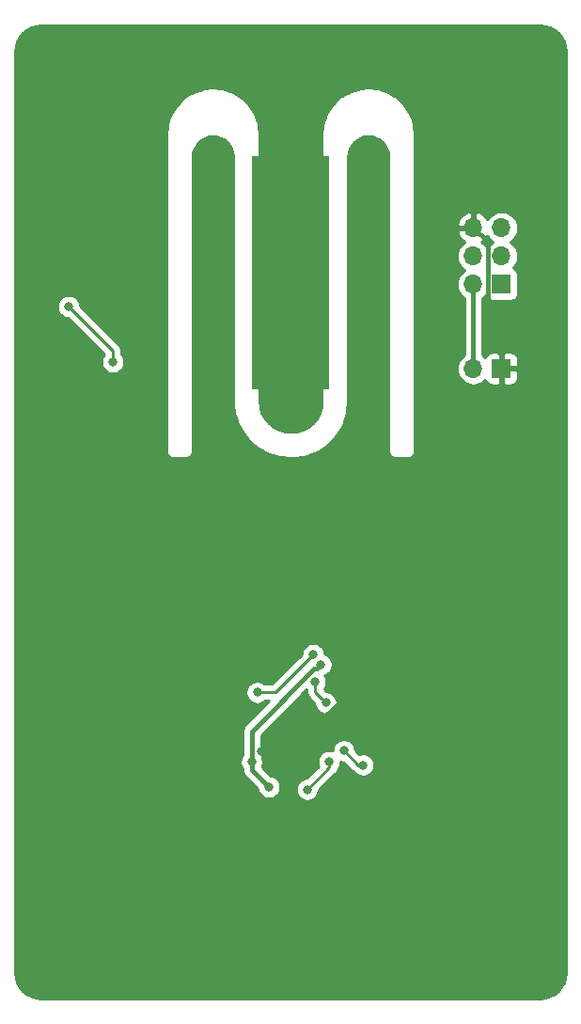
<source format=gbr>
G04 #@! TF.GenerationSoftware,KiCad,Pcbnew,5.1.0-unknown-3692c51~82~ubuntu16.04.1*
G04 #@! TF.CreationDate,2019-03-31T00:12:41-04:00*
G04 #@! TF.ProjectId,BalancingBusinessCardLights,42616c61-6e63-4696-9e67-427573696e65,rev?*
G04 #@! TF.SameCoordinates,Original*
G04 #@! TF.FileFunction,Copper,L2,Bot*
G04 #@! TF.FilePolarity,Positive*
%FSLAX46Y46*%
G04 Gerber Fmt 4.6, Leading zero omitted, Abs format (unit mm)*
G04 Created by KiCad (PCBNEW 5.1.0-unknown-3692c51~82~ubuntu16.04.1) date 2019-03-31 00:12:41*
%MOMM*%
%LPD*%
G04 APERTURE LIST*
%ADD10R,7.000000X21.000000*%
%ADD11O,1.700000X1.700000*%
%ADD12R,1.700000X1.700000*%
%ADD13C,0.800000*%
%ADD14C,0.250000*%
%ADD15C,0.400000*%
%ADD16C,0.254000*%
G04 APERTURE END LIST*
D10*
X210197801Y-75473789D03*
D11*
X226657801Y-71393789D03*
X229197801Y-71393789D03*
X226657801Y-73933789D03*
X229197801Y-73933789D03*
X226657801Y-76473789D03*
D12*
X229197801Y-76473789D03*
X229197801Y-84073789D03*
D11*
X226657801Y-84073789D03*
D13*
X190197801Y-78473789D03*
X194197801Y-83473789D03*
X209197801Y-116473789D03*
X211197801Y-116473789D03*
X210197801Y-115473789D03*
X210197801Y-117473789D03*
X207540095Y-118552292D03*
X216697573Y-111973560D03*
X187999980Y-74000000D03*
X190000000Y-74000000D03*
X192000000Y-74000000D03*
X194000000Y-74000000D03*
X196000000Y-74000000D03*
X196000000Y-77000000D03*
X194000000Y-77000000D03*
X192000000Y-77000000D03*
X190000000Y-77000000D03*
X188000000Y-77000000D03*
X192000000Y-86000000D03*
X187000000Y-96000000D03*
X187000000Y-101000000D03*
X187000000Y-106000000D03*
X187000000Y-111000000D03*
X187000000Y-116000000D03*
X187000000Y-121000000D03*
X187000000Y-126000000D03*
X187000000Y-131000000D03*
X187000000Y-136000000D03*
X219000000Y-137000000D03*
X225750000Y-61000000D03*
X230000000Y-55750000D03*
X232750000Y-56750000D03*
X212400995Y-112285632D03*
X213381880Y-114157868D03*
X207197801Y-113223789D03*
X212234686Y-109816788D03*
X206697801Y-119473789D03*
X212947801Y-110723789D03*
X208250000Y-121750000D03*
X215000000Y-118473759D03*
X216737293Y-119774990D03*
X211697801Y-121973789D03*
X213685129Y-119461142D03*
D14*
X190197801Y-78473789D02*
X194197801Y-82473789D01*
X194197801Y-82473789D02*
X194197801Y-83473789D01*
D15*
X191250000Y-57000000D02*
X187999980Y-60250020D01*
X187999980Y-60250020D02*
X187999980Y-74000000D01*
X210250000Y-57000000D02*
X191250000Y-57000000D01*
X210250000Y-75421590D02*
X210250000Y-57000000D01*
X210197801Y-75473789D02*
X210250000Y-75421590D01*
X190000000Y-74000000D02*
X192000000Y-74000000D01*
X194000000Y-74000000D02*
X196000000Y-74000000D01*
X196000000Y-77000000D02*
X194000000Y-77000000D01*
X192000000Y-77000000D02*
X190000000Y-77000000D01*
X188000000Y-74000020D02*
X187999980Y-74000000D01*
X187999980Y-76999980D02*
X188000000Y-77000000D01*
X187999980Y-74000000D02*
X187999980Y-76999980D01*
X188000000Y-77000000D02*
X188000000Y-82000000D01*
X188000000Y-82000000D02*
X192000000Y-86000000D01*
X192000000Y-86000000D02*
X192000000Y-91000000D01*
X192000000Y-91000000D02*
X187000000Y-96000000D01*
X187000000Y-96000000D02*
X187000000Y-101000000D01*
X187000000Y-101000000D02*
X187000000Y-106000000D01*
X187000000Y-106000000D02*
X187000000Y-111000000D01*
X187000000Y-111000000D02*
X187000000Y-116000000D01*
X187000000Y-116000000D02*
X187000000Y-121000000D01*
X187000000Y-121000000D02*
X187000000Y-126000000D01*
X187000000Y-126000000D02*
X187000000Y-131000000D01*
X187000000Y-131000000D02*
X187000000Y-136000000D01*
X192000000Y-87275987D02*
X216697573Y-111973560D01*
X192000000Y-86000000D02*
X192000000Y-87275987D01*
X216697573Y-111973560D02*
X210118841Y-118552292D01*
X210118841Y-118552292D02*
X207540095Y-118552292D01*
X218297584Y-136297584D02*
X219000000Y-137000000D01*
X216697573Y-111973560D02*
X218297584Y-113573571D01*
X218297584Y-113573571D02*
X218297584Y-136297584D01*
X216779047Y-57000000D02*
X217029047Y-56750000D01*
X210250000Y-57000000D02*
X216779047Y-57000000D01*
X217029047Y-56750000D02*
X224500000Y-56750000D01*
X224500000Y-56750000D02*
X226657801Y-58907801D01*
X229197801Y-82823789D02*
X229197801Y-84073789D01*
X227947800Y-81573788D02*
X229197801Y-82823789D01*
X227947800Y-72683788D02*
X227947800Y-81573788D01*
X226657801Y-71393789D02*
X227947800Y-72683788D01*
X226500000Y-60250000D02*
X226657801Y-60250000D01*
X225750000Y-61000000D02*
X226500000Y-60250000D01*
X226657801Y-58907801D02*
X226657801Y-60250000D01*
X226657801Y-60250000D02*
X226657801Y-71393789D01*
D14*
X229000000Y-56750000D02*
X224500000Y-56750000D01*
X230000000Y-55750000D02*
X229000000Y-56750000D01*
X231750000Y-55750000D02*
X230000000Y-55750000D01*
X232750000Y-56750000D02*
X231750000Y-55750000D01*
X212400995Y-112285632D02*
X212400995Y-113176983D01*
X212400995Y-113176983D02*
X212981881Y-113757869D01*
X212981881Y-113757869D02*
X213381880Y-114157868D01*
X211834687Y-110216787D02*
X212234686Y-109816788D01*
X208827685Y-113223789D02*
X211834687Y-110216787D01*
X207197801Y-113223789D02*
X208827685Y-113223789D01*
D15*
X212297802Y-111123788D02*
X206697801Y-116723789D01*
X206697801Y-116723789D02*
X206697801Y-119473789D01*
X212947801Y-110723789D02*
X212547802Y-111123788D01*
X212547802Y-111123788D02*
X212297802Y-111123788D01*
X206697801Y-119473789D02*
X206697801Y-120197801D01*
X206697801Y-120197801D02*
X208250000Y-121750000D01*
X226657801Y-82871708D02*
X226657801Y-76473789D01*
X226657801Y-84073789D02*
X226657801Y-82871708D01*
D14*
X216301231Y-119774990D02*
X216737293Y-119774990D01*
X215000000Y-118473759D02*
X216301231Y-119774990D01*
X213685129Y-119986461D02*
X213685129Y-119461142D01*
X211697801Y-121973789D02*
X213685129Y-119986461D01*
D16*
G36*
X233141935Y-53230742D02*
G01*
X233569156Y-53359727D01*
X233963185Y-53569235D01*
X234309015Y-53851288D01*
X234593474Y-54195140D01*
X234805730Y-54587699D01*
X234937693Y-55014002D01*
X234987802Y-55490763D01*
X234987801Y-138439068D01*
X234940849Y-138917922D01*
X234811864Y-139345142D01*
X234602355Y-139739173D01*
X234320302Y-140085003D01*
X233976452Y-140369461D01*
X233583894Y-140581716D01*
X233157589Y-140713680D01*
X232680837Y-140763789D01*
X187732522Y-140763789D01*
X187253668Y-140716837D01*
X186826448Y-140587852D01*
X186432417Y-140378343D01*
X186086587Y-140096290D01*
X185802129Y-139752440D01*
X185589874Y-139359882D01*
X185457910Y-138933577D01*
X185407801Y-138456825D01*
X185407801Y-119371850D01*
X205662801Y-119371850D01*
X205662801Y-119575728D01*
X205702575Y-119775687D01*
X205780596Y-119964045D01*
X205862801Y-120087074D01*
X205862801Y-120156783D01*
X205858761Y-120197801D01*
X205874883Y-120361489D01*
X205922629Y-120518887D01*
X206000165Y-120663946D01*
X206000166Y-120663947D01*
X206104511Y-120791092D01*
X206136375Y-120817242D01*
X207225908Y-121906776D01*
X207254774Y-122051898D01*
X207332795Y-122240256D01*
X207446063Y-122409774D01*
X207590226Y-122553937D01*
X207759744Y-122667205D01*
X207948102Y-122745226D01*
X208148061Y-122785000D01*
X208351939Y-122785000D01*
X208551898Y-122745226D01*
X208740256Y-122667205D01*
X208909774Y-122553937D01*
X209053937Y-122409774D01*
X209167205Y-122240256D01*
X209245226Y-122051898D01*
X209281039Y-121871850D01*
X210662801Y-121871850D01*
X210662801Y-122075728D01*
X210702575Y-122275687D01*
X210780596Y-122464045D01*
X210893864Y-122633563D01*
X211038027Y-122777726D01*
X211207545Y-122890994D01*
X211395903Y-122969015D01*
X211595862Y-123008789D01*
X211799740Y-123008789D01*
X211999699Y-122969015D01*
X212188057Y-122890994D01*
X212357575Y-122777726D01*
X212501738Y-122633563D01*
X212615006Y-122464045D01*
X212693027Y-122275687D01*
X212732801Y-122075728D01*
X212732801Y-122013590D01*
X214196133Y-120550259D01*
X214225130Y-120526462D01*
X214320103Y-120410737D01*
X214390675Y-120278708D01*
X214416540Y-120193442D01*
X214489066Y-120120916D01*
X214602334Y-119951398D01*
X214680355Y-119763040D01*
X214720129Y-119563081D01*
X214720129Y-119473366D01*
X214898061Y-119508759D01*
X214960199Y-119508759D01*
X215737432Y-120285993D01*
X215761230Y-120314991D01*
X215790228Y-120338789D01*
X215876955Y-120409964D01*
X215944844Y-120446252D01*
X216077519Y-120578927D01*
X216247037Y-120692195D01*
X216435395Y-120770216D01*
X216635354Y-120809990D01*
X216839232Y-120809990D01*
X217039191Y-120770216D01*
X217227549Y-120692195D01*
X217397067Y-120578927D01*
X217541230Y-120434764D01*
X217654498Y-120265246D01*
X217732519Y-120076888D01*
X217772293Y-119876929D01*
X217772293Y-119673051D01*
X217732519Y-119473092D01*
X217654498Y-119284734D01*
X217541230Y-119115216D01*
X217397067Y-118971053D01*
X217227549Y-118857785D01*
X217039191Y-118779764D01*
X216839232Y-118739990D01*
X216635354Y-118739990D01*
X216435395Y-118779764D01*
X216396795Y-118795753D01*
X216035000Y-118433958D01*
X216035000Y-118371820D01*
X215995226Y-118171861D01*
X215917205Y-117983503D01*
X215803937Y-117813985D01*
X215659774Y-117669822D01*
X215490256Y-117556554D01*
X215301898Y-117478533D01*
X215101939Y-117438759D01*
X214898061Y-117438759D01*
X214698102Y-117478533D01*
X214509744Y-117556554D01*
X214340226Y-117669822D01*
X214196063Y-117813985D01*
X214082795Y-117983503D01*
X214004774Y-118171861D01*
X213965000Y-118371820D01*
X213965000Y-118461535D01*
X213787068Y-118426142D01*
X213583190Y-118426142D01*
X213383231Y-118465916D01*
X213194873Y-118543937D01*
X213025355Y-118657205D01*
X212881192Y-118801368D01*
X212767924Y-118970886D01*
X212689903Y-119159244D01*
X212650129Y-119359203D01*
X212650129Y-119563081D01*
X212689903Y-119763040D01*
X212732035Y-119864754D01*
X211658000Y-120938789D01*
X211595862Y-120938789D01*
X211395903Y-120978563D01*
X211207545Y-121056584D01*
X211038027Y-121169852D01*
X210893864Y-121314015D01*
X210780596Y-121483533D01*
X210702575Y-121671891D01*
X210662801Y-121871850D01*
X209281039Y-121871850D01*
X209285000Y-121851939D01*
X209285000Y-121648061D01*
X209245226Y-121448102D01*
X209167205Y-121259744D01*
X209053937Y-121090226D01*
X208909774Y-120946063D01*
X208740256Y-120832795D01*
X208551898Y-120754774D01*
X208406776Y-120725908D01*
X207623765Y-119942898D01*
X207693027Y-119775687D01*
X207732801Y-119575728D01*
X207732801Y-119371850D01*
X207693027Y-119171891D01*
X207615006Y-118983533D01*
X207532801Y-118860504D01*
X207532801Y-117069656D01*
X211627055Y-112975403D01*
X211640995Y-112989343D01*
X211640995Y-113139661D01*
X211637319Y-113176983D01*
X211640995Y-113214305D01*
X211640995Y-113214316D01*
X211651467Y-113320632D01*
X211651993Y-113325968D01*
X211695449Y-113469229D01*
X211766021Y-113601259D01*
X211820476Y-113667612D01*
X211860995Y-113716984D01*
X211889993Y-113740782D01*
X212346880Y-114197670D01*
X212346880Y-114259807D01*
X212386654Y-114459766D01*
X212464675Y-114648124D01*
X212577943Y-114817642D01*
X212722106Y-114961805D01*
X212891624Y-115075073D01*
X213079982Y-115153094D01*
X213279941Y-115192868D01*
X213483819Y-115192868D01*
X213683778Y-115153094D01*
X213872136Y-115075073D01*
X214041654Y-114961805D01*
X214185817Y-114817642D01*
X214299085Y-114648124D01*
X214377106Y-114459766D01*
X214416880Y-114259807D01*
X214416880Y-114055929D01*
X214377106Y-113855970D01*
X214299085Y-113667612D01*
X214185817Y-113498094D01*
X214041654Y-113353931D01*
X213872136Y-113240663D01*
X213683778Y-113162642D01*
X213483819Y-113122868D01*
X213421682Y-113122868D01*
X213220668Y-112921855D01*
X213318200Y-112775888D01*
X213396221Y-112587530D01*
X213435995Y-112387571D01*
X213435995Y-112183693D01*
X213396221Y-111983734D01*
X213318200Y-111795376D01*
X213263389Y-111713345D01*
X213438057Y-111640994D01*
X213607575Y-111527726D01*
X213751738Y-111383563D01*
X213865006Y-111214045D01*
X213943027Y-111025687D01*
X213982801Y-110825728D01*
X213982801Y-110621850D01*
X213943027Y-110421891D01*
X213865006Y-110233533D01*
X213751738Y-110064015D01*
X213607575Y-109919852D01*
X213438057Y-109806584D01*
X213269686Y-109736842D01*
X213269686Y-109714849D01*
X213229912Y-109514890D01*
X213151891Y-109326532D01*
X213038623Y-109157014D01*
X212894460Y-109012851D01*
X212724942Y-108899583D01*
X212536584Y-108821562D01*
X212336625Y-108781788D01*
X212132747Y-108781788D01*
X211932788Y-108821562D01*
X211744430Y-108899583D01*
X211574912Y-109012851D01*
X211430749Y-109157014D01*
X211317481Y-109326532D01*
X211239460Y-109514890D01*
X211199686Y-109714849D01*
X211199686Y-109776986D01*
X208512884Y-112463789D01*
X207901512Y-112463789D01*
X207857575Y-112419852D01*
X207688057Y-112306584D01*
X207499699Y-112228563D01*
X207299740Y-112188789D01*
X207095862Y-112188789D01*
X206895903Y-112228563D01*
X206707545Y-112306584D01*
X206538027Y-112419852D01*
X206393864Y-112564015D01*
X206280596Y-112733533D01*
X206202575Y-112921891D01*
X206162801Y-113121850D01*
X206162801Y-113325728D01*
X206202575Y-113525687D01*
X206280596Y-113714045D01*
X206393864Y-113883563D01*
X206538027Y-114027726D01*
X206707545Y-114140994D01*
X206895903Y-114219015D01*
X207095862Y-114258789D01*
X207299740Y-114258789D01*
X207499699Y-114219015D01*
X207688057Y-114140994D01*
X207857575Y-114027726D01*
X207901512Y-113983789D01*
X208256934Y-113983789D01*
X206136380Y-116104343D01*
X206104510Y-116130498D01*
X206000166Y-116257643D01*
X206000165Y-116257644D01*
X205922629Y-116402703D01*
X205874883Y-116560101D01*
X205858761Y-116723789D01*
X205862801Y-116764808D01*
X205862802Y-118860503D01*
X205780596Y-118983533D01*
X205702575Y-119171891D01*
X205662801Y-119371850D01*
X185407801Y-119371850D01*
X185407801Y-91473789D01*
X199009487Y-91473789D01*
X199022713Y-91608072D01*
X199061882Y-91737195D01*
X199125489Y-91856196D01*
X199211090Y-91960500D01*
X199315394Y-92046101D01*
X199434395Y-92109708D01*
X199563518Y-92148877D01*
X199632721Y-92155693D01*
X199697801Y-92162103D01*
X199731448Y-92158789D01*
X200664154Y-92158789D01*
X200697801Y-92162103D01*
X200762882Y-92155693D01*
X200832084Y-92148877D01*
X200961207Y-92109708D01*
X201080208Y-92046101D01*
X201184512Y-91960500D01*
X201270113Y-91856196D01*
X201333720Y-91737195D01*
X201372889Y-91608072D01*
X201386115Y-91473789D01*
X201382801Y-91440142D01*
X201382801Y-65007293D01*
X201420590Y-64621892D01*
X201522788Y-64283396D01*
X201688785Y-63971201D01*
X201912261Y-63697192D01*
X202184703Y-63471809D01*
X202495732Y-63303636D01*
X202833509Y-63199077D01*
X203185150Y-63162118D01*
X203537285Y-63194165D01*
X203876482Y-63293996D01*
X204189832Y-63457812D01*
X204465391Y-63679367D01*
X204692671Y-63950228D01*
X204863011Y-64260076D01*
X204969926Y-64597116D01*
X205012802Y-64979365D01*
X205012801Y-87007435D01*
X205013622Y-87015770D01*
X205018377Y-87210348D01*
X205019271Y-87217793D01*
X205018905Y-87225284D01*
X205025262Y-87291906D01*
X205147919Y-88137854D01*
X205155427Y-88168654D01*
X205159896Y-88200053D01*
X205178736Y-88264270D01*
X205459145Y-89071762D01*
X205472344Y-89100591D01*
X205482668Y-89130574D01*
X205513307Y-89190062D01*
X205513311Y-89190071D01*
X205513314Y-89190075D01*
X205941353Y-89929970D01*
X205959761Y-89955778D01*
X205975572Y-89983273D01*
X206016913Y-90035901D01*
X206577145Y-90681511D01*
X206600106Y-90703377D01*
X206620826Y-90727381D01*
X206671361Y-90771233D01*
X206671373Y-90771244D01*
X206671380Y-90771248D01*
X207343580Y-91299270D01*
X207370263Y-91316400D01*
X207395148Y-91336053D01*
X207453067Y-91369559D01*
X207453076Y-91369565D01*
X207453080Y-91369567D01*
X208213003Y-91760952D01*
X208242443Y-91772727D01*
X208270595Y-91787320D01*
X208333808Y-91809271D01*
X208333815Y-91809274D01*
X208333818Y-91809275D01*
X209154042Y-92049902D01*
X209185176Y-92055897D01*
X209215581Y-92064904D01*
X209281788Y-92074502D01*
X209281812Y-92074507D01*
X209281823Y-92074507D01*
X210132741Y-92155692D01*
X210140234Y-92155692D01*
X210147632Y-92156950D01*
X210214536Y-92158585D01*
X210434360Y-92153213D01*
X210441805Y-92152319D01*
X210449296Y-92152685D01*
X210515918Y-92146328D01*
X211361866Y-92023671D01*
X211392666Y-92016163D01*
X211424065Y-92011694D01*
X211488282Y-91992854D01*
X212295774Y-91712445D01*
X212324603Y-91699246D01*
X212354586Y-91688922D01*
X212414074Y-91658283D01*
X212414083Y-91658279D01*
X212414087Y-91658276D01*
X213153982Y-91230237D01*
X213179790Y-91211829D01*
X213207285Y-91196018D01*
X213259913Y-91154677D01*
X213905523Y-90594445D01*
X213927389Y-90571484D01*
X213951393Y-90550764D01*
X213995245Y-90500229D01*
X213995256Y-90500217D01*
X213995260Y-90500210D01*
X214523282Y-89828010D01*
X214540412Y-89801327D01*
X214560065Y-89776442D01*
X214593571Y-89718523D01*
X214593577Y-89718514D01*
X214593579Y-89718510D01*
X214984964Y-88958587D01*
X214996739Y-88929147D01*
X215011332Y-88900995D01*
X215033286Y-88837774D01*
X215273914Y-88017548D01*
X215279909Y-87986414D01*
X215288916Y-87956009D01*
X215298514Y-87889802D01*
X215298519Y-87889778D01*
X215298519Y-87889767D01*
X215379611Y-87039828D01*
X215382801Y-87007436D01*
X215382801Y-65007293D01*
X215420590Y-64621892D01*
X215522788Y-64283396D01*
X215688785Y-63971201D01*
X215912261Y-63697192D01*
X216184703Y-63471809D01*
X216495732Y-63303636D01*
X216833509Y-63199077D01*
X217185150Y-63162118D01*
X217537285Y-63194165D01*
X217876482Y-63293996D01*
X218189832Y-63457812D01*
X218465391Y-63679367D01*
X218692671Y-63950228D01*
X218863011Y-64260076D01*
X218969926Y-64597116D01*
X219012801Y-64979356D01*
X219012802Y-91440132D01*
X219009487Y-91473789D01*
X219022713Y-91608072D01*
X219061882Y-91737195D01*
X219125489Y-91856196D01*
X219211090Y-91960500D01*
X219315394Y-92046101D01*
X219434395Y-92109708D01*
X219563518Y-92148877D01*
X219664154Y-92158789D01*
X219697801Y-92162103D01*
X219731448Y-92158789D01*
X220664154Y-92158789D01*
X220697801Y-92162103D01*
X220731448Y-92158789D01*
X220832084Y-92148877D01*
X220961207Y-92109708D01*
X221080208Y-92046101D01*
X221184512Y-91960500D01*
X221270113Y-91856196D01*
X221333720Y-91737195D01*
X221372889Y-91608072D01*
X221386115Y-91473789D01*
X221382801Y-91440142D01*
X221382801Y-73933789D01*
X225165616Y-73933789D01*
X225194288Y-74224900D01*
X225279202Y-74504823D01*
X225417095Y-74762803D01*
X225602667Y-74988923D01*
X225828787Y-75174495D01*
X225883592Y-75203789D01*
X225828787Y-75233083D01*
X225602667Y-75418655D01*
X225417095Y-75644775D01*
X225279202Y-75902755D01*
X225194288Y-76182678D01*
X225165616Y-76473789D01*
X225194288Y-76764900D01*
X225279202Y-77044823D01*
X225417095Y-77302803D01*
X225602667Y-77528923D01*
X225822802Y-77709583D01*
X225822801Y-82837996D01*
X225602667Y-83018655D01*
X225417095Y-83244775D01*
X225279202Y-83502755D01*
X225194288Y-83782678D01*
X225165616Y-84073789D01*
X225194288Y-84364900D01*
X225279202Y-84644823D01*
X225417095Y-84902803D01*
X225602667Y-85128923D01*
X225828787Y-85314495D01*
X226086767Y-85452388D01*
X226366690Y-85537302D01*
X226584851Y-85558789D01*
X226730751Y-85558789D01*
X226948912Y-85537302D01*
X227228835Y-85452388D01*
X227486815Y-85314495D01*
X227712935Y-85128923D01*
X227737408Y-85099102D01*
X227758299Y-85167969D01*
X227817264Y-85278283D01*
X227896616Y-85374974D01*
X227993307Y-85454326D01*
X228103621Y-85513291D01*
X228223319Y-85549601D01*
X228347801Y-85561861D01*
X228912051Y-85558789D01*
X229070801Y-85400039D01*
X229070801Y-84200789D01*
X229324801Y-84200789D01*
X229324801Y-85400039D01*
X229483551Y-85558789D01*
X230047801Y-85561861D01*
X230172283Y-85549601D01*
X230291981Y-85513291D01*
X230402295Y-85454326D01*
X230498986Y-85374974D01*
X230578338Y-85278283D01*
X230637303Y-85167969D01*
X230673613Y-85048271D01*
X230685873Y-84923789D01*
X230682801Y-84359539D01*
X230524051Y-84200789D01*
X229324801Y-84200789D01*
X229070801Y-84200789D01*
X229050801Y-84200789D01*
X229050801Y-83946789D01*
X229070801Y-83946789D01*
X229070801Y-82747539D01*
X229324801Y-82747539D01*
X229324801Y-83946789D01*
X230524051Y-83946789D01*
X230682801Y-83788039D01*
X230685873Y-83223789D01*
X230673613Y-83099307D01*
X230637303Y-82979609D01*
X230578338Y-82869295D01*
X230498986Y-82772604D01*
X230402295Y-82693252D01*
X230291981Y-82634287D01*
X230172283Y-82597977D01*
X230047801Y-82585717D01*
X229483551Y-82588789D01*
X229324801Y-82747539D01*
X229070801Y-82747539D01*
X228912051Y-82588789D01*
X228347801Y-82585717D01*
X228223319Y-82597977D01*
X228103621Y-82634287D01*
X227993307Y-82693252D01*
X227896616Y-82772604D01*
X227817264Y-82869295D01*
X227758299Y-82979609D01*
X227737408Y-83048476D01*
X227712935Y-83018655D01*
X227492801Y-82837996D01*
X227492801Y-77709582D01*
X227712935Y-77528923D01*
X227737408Y-77499102D01*
X227758299Y-77567969D01*
X227817264Y-77678283D01*
X227896616Y-77774974D01*
X227993307Y-77854326D01*
X228103621Y-77913291D01*
X228223319Y-77949601D01*
X228347801Y-77961861D01*
X230047801Y-77961861D01*
X230172283Y-77949601D01*
X230291981Y-77913291D01*
X230402295Y-77854326D01*
X230498986Y-77774974D01*
X230578338Y-77678283D01*
X230637303Y-77567969D01*
X230673613Y-77448271D01*
X230685873Y-77323789D01*
X230685873Y-75623789D01*
X230673613Y-75499307D01*
X230637303Y-75379609D01*
X230578338Y-75269295D01*
X230498986Y-75172604D01*
X230402295Y-75093252D01*
X230291981Y-75034287D01*
X230223114Y-75013396D01*
X230252935Y-74988923D01*
X230438507Y-74762803D01*
X230576400Y-74504823D01*
X230661314Y-74224900D01*
X230689986Y-73933789D01*
X230661314Y-73642678D01*
X230576400Y-73362755D01*
X230438507Y-73104775D01*
X230252935Y-72878655D01*
X230026815Y-72693083D01*
X229972010Y-72663789D01*
X230026815Y-72634495D01*
X230252935Y-72448923D01*
X230438507Y-72222803D01*
X230576400Y-71964823D01*
X230661314Y-71684900D01*
X230689986Y-71393789D01*
X230661314Y-71102678D01*
X230576400Y-70822755D01*
X230438507Y-70564775D01*
X230252935Y-70338655D01*
X230026815Y-70153083D01*
X229768835Y-70015190D01*
X229488912Y-69930276D01*
X229270751Y-69908789D01*
X229124851Y-69908789D01*
X228906690Y-69930276D01*
X228626767Y-70015190D01*
X228368787Y-70153083D01*
X228142667Y-70338655D01*
X227957095Y-70564775D01*
X227926217Y-70622545D01*
X227755389Y-70393520D01*
X227539156Y-70198611D01*
X227289053Y-70049632D01*
X227014692Y-69952308D01*
X226784801Y-70072975D01*
X226784801Y-71266789D01*
X226804801Y-71266789D01*
X226804801Y-71520789D01*
X226784801Y-71520789D01*
X226784801Y-71540789D01*
X226530801Y-71540789D01*
X226530801Y-71520789D01*
X225337646Y-71520789D01*
X225216325Y-71750679D01*
X225260976Y-71897888D01*
X225386160Y-72160709D01*
X225560213Y-72394058D01*
X225776446Y-72588967D01*
X225893324Y-72658588D01*
X225828787Y-72693083D01*
X225602667Y-72878655D01*
X225417095Y-73104775D01*
X225279202Y-73362755D01*
X225194288Y-73642678D01*
X225165616Y-73933789D01*
X221382801Y-73933789D01*
X221382801Y-71036899D01*
X225216325Y-71036899D01*
X225337646Y-71266789D01*
X226530801Y-71266789D01*
X226530801Y-70072975D01*
X226300910Y-69952308D01*
X226026549Y-70049632D01*
X225776446Y-70198611D01*
X225560213Y-70393520D01*
X225386160Y-70626869D01*
X225260976Y-70889690D01*
X225216325Y-71036899D01*
X221382801Y-71036899D01*
X221382801Y-62940142D01*
X221379745Y-62909110D01*
X221379897Y-62887271D01*
X221378963Y-62877752D01*
X221307561Y-62198413D01*
X221295083Y-62137625D01*
X221283444Y-62076612D01*
X221280680Y-62067456D01*
X221078688Y-61414924D01*
X221054624Y-61357678D01*
X221031372Y-61300127D01*
X221026882Y-61291682D01*
X220701992Y-60690812D01*
X220667274Y-60639340D01*
X220633279Y-60587391D01*
X220627235Y-60579979D01*
X220191823Y-60053656D01*
X220147749Y-60009889D01*
X220104329Y-59965550D01*
X220096960Y-59959453D01*
X219567610Y-59527727D01*
X219515877Y-59493356D01*
X219464672Y-59458295D01*
X219456262Y-59453747D01*
X219456254Y-59453743D01*
X218853135Y-59133059D01*
X218795725Y-59109396D01*
X218738670Y-59084943D01*
X218729534Y-59082114D01*
X218075608Y-58884682D01*
X218014675Y-58872617D01*
X217953977Y-58859715D01*
X217944465Y-58858715D01*
X217264645Y-58792058D01*
X217234720Y-58792058D01*
X217204982Y-58788827D01*
X217195418Y-58788793D01*
X217170984Y-58788878D01*
X217141212Y-58791902D01*
X217111283Y-58791693D01*
X217101764Y-58792627D01*
X216422425Y-58864029D01*
X216361637Y-58876507D01*
X216300624Y-58888146D01*
X216291468Y-58890910D01*
X215638936Y-59092902D01*
X215581690Y-59116966D01*
X215524139Y-59140218D01*
X215515694Y-59144708D01*
X214914824Y-59469598D01*
X214863352Y-59504316D01*
X214811403Y-59538311D01*
X214803991Y-59544355D01*
X214277668Y-59979767D01*
X214233901Y-60023841D01*
X214189562Y-60067261D01*
X214183465Y-60074630D01*
X213751739Y-60603980D01*
X213717368Y-60655713D01*
X213682307Y-60706918D01*
X213677758Y-60715331D01*
X213357071Y-61318455D01*
X213333408Y-61375865D01*
X213308955Y-61432920D01*
X213306126Y-61442056D01*
X213108694Y-62095982D01*
X213096629Y-62156915D01*
X213083727Y-62217613D01*
X213082727Y-62227125D01*
X213016070Y-62906945D01*
X213016070Y-62906953D01*
X213012801Y-62940143D01*
X213012802Y-86940275D01*
X212955967Y-87519920D01*
X212797360Y-88045251D01*
X212539738Y-88529767D01*
X212192912Y-88955020D01*
X211770093Y-89304806D01*
X211287389Y-89565804D01*
X210763172Y-89728076D01*
X210217433Y-89785436D01*
X209670937Y-89735700D01*
X209144517Y-89580766D01*
X208658210Y-89326531D01*
X208230546Y-88982682D01*
X207877817Y-88562315D01*
X207613454Y-88081442D01*
X207447528Y-87558376D01*
X207382874Y-86981975D01*
X207382801Y-86971428D01*
X207382801Y-62940142D01*
X207379745Y-62909110D01*
X207379897Y-62887271D01*
X207378963Y-62877752D01*
X207307561Y-62198413D01*
X207295083Y-62137625D01*
X207283444Y-62076612D01*
X207280680Y-62067456D01*
X207078688Y-61414924D01*
X207054624Y-61357678D01*
X207031372Y-61300127D01*
X207026882Y-61291682D01*
X206701992Y-60690812D01*
X206667274Y-60639340D01*
X206633279Y-60587391D01*
X206627235Y-60579979D01*
X206191823Y-60053656D01*
X206147749Y-60009889D01*
X206104329Y-59965550D01*
X206096960Y-59959453D01*
X205567610Y-59527727D01*
X205515877Y-59493356D01*
X205464672Y-59458295D01*
X205456262Y-59453747D01*
X205456254Y-59453743D01*
X204853135Y-59133059D01*
X204795725Y-59109396D01*
X204738670Y-59084943D01*
X204729534Y-59082114D01*
X204075608Y-58884682D01*
X204014675Y-58872617D01*
X203953977Y-58859715D01*
X203944465Y-58858715D01*
X203264645Y-58792058D01*
X203234720Y-58792058D01*
X203204982Y-58788827D01*
X203195418Y-58788793D01*
X203170984Y-58788878D01*
X203141212Y-58791902D01*
X203111283Y-58791693D01*
X203101764Y-58792627D01*
X202422425Y-58864029D01*
X202361637Y-58876507D01*
X202300624Y-58888146D01*
X202291468Y-58890910D01*
X201638936Y-59092902D01*
X201581690Y-59116966D01*
X201524139Y-59140218D01*
X201515694Y-59144708D01*
X200914824Y-59469598D01*
X200863352Y-59504316D01*
X200811403Y-59538311D01*
X200803991Y-59544355D01*
X200277668Y-59979767D01*
X200233901Y-60023841D01*
X200189562Y-60067261D01*
X200183465Y-60074630D01*
X199751739Y-60603980D01*
X199717368Y-60655713D01*
X199682307Y-60706918D01*
X199677758Y-60715331D01*
X199357071Y-61318455D01*
X199333408Y-61375865D01*
X199308955Y-61432920D01*
X199306126Y-61442056D01*
X199108694Y-62095982D01*
X199096629Y-62156915D01*
X199083727Y-62217613D01*
X199082727Y-62227125D01*
X199016070Y-62906945D01*
X199016070Y-62906962D01*
X199012802Y-62940142D01*
X199012801Y-91440142D01*
X199009487Y-91473789D01*
X185407801Y-91473789D01*
X185407801Y-78371850D01*
X189162801Y-78371850D01*
X189162801Y-78575728D01*
X189202575Y-78775687D01*
X189280596Y-78964045D01*
X189393864Y-79133563D01*
X189538027Y-79277726D01*
X189707545Y-79390994D01*
X189895903Y-79469015D01*
X190095862Y-79508789D01*
X190158000Y-79508789D01*
X193428545Y-82779334D01*
X193393864Y-82814015D01*
X193280596Y-82983533D01*
X193202575Y-83171891D01*
X193162801Y-83371850D01*
X193162801Y-83575728D01*
X193202575Y-83775687D01*
X193280596Y-83964045D01*
X193393864Y-84133563D01*
X193538027Y-84277726D01*
X193707545Y-84390994D01*
X193895903Y-84469015D01*
X194095862Y-84508789D01*
X194299740Y-84508789D01*
X194499699Y-84469015D01*
X194688057Y-84390994D01*
X194857575Y-84277726D01*
X195001738Y-84133563D01*
X195115006Y-83964045D01*
X195193027Y-83775687D01*
X195232801Y-83575728D01*
X195232801Y-83371850D01*
X195193027Y-83171891D01*
X195115006Y-82983533D01*
X195001738Y-82814015D01*
X194957801Y-82770078D01*
X194957801Y-82511111D01*
X194961477Y-82473788D01*
X194957801Y-82436465D01*
X194957801Y-82436456D01*
X194946804Y-82324803D01*
X194903347Y-82181542D01*
X194832775Y-82049513D01*
X194737802Y-81933788D01*
X194708805Y-81909991D01*
X191232801Y-78433988D01*
X191232801Y-78371850D01*
X191193027Y-78171891D01*
X191115006Y-77983533D01*
X191001738Y-77814015D01*
X190857575Y-77669852D01*
X190688057Y-77556584D01*
X190499699Y-77478563D01*
X190299740Y-77438789D01*
X190095862Y-77438789D01*
X189895903Y-77478563D01*
X189707545Y-77556584D01*
X189538027Y-77669852D01*
X189393864Y-77814015D01*
X189280596Y-77983533D01*
X189202575Y-78171891D01*
X189162801Y-78371850D01*
X185407801Y-78371850D01*
X185407801Y-55508510D01*
X185454754Y-55029655D01*
X185583739Y-54602434D01*
X185793247Y-54208405D01*
X186075300Y-53862575D01*
X186419152Y-53578116D01*
X186811711Y-53365860D01*
X187238014Y-53233897D01*
X187714765Y-53183789D01*
X232663080Y-53183789D01*
X233141935Y-53230742D01*
X233141935Y-53230742D01*
G37*
X233141935Y-53230742D02*
X233569156Y-53359727D01*
X233963185Y-53569235D01*
X234309015Y-53851288D01*
X234593474Y-54195140D01*
X234805730Y-54587699D01*
X234937693Y-55014002D01*
X234987802Y-55490763D01*
X234987801Y-138439068D01*
X234940849Y-138917922D01*
X234811864Y-139345142D01*
X234602355Y-139739173D01*
X234320302Y-140085003D01*
X233976452Y-140369461D01*
X233583894Y-140581716D01*
X233157589Y-140713680D01*
X232680837Y-140763789D01*
X187732522Y-140763789D01*
X187253668Y-140716837D01*
X186826448Y-140587852D01*
X186432417Y-140378343D01*
X186086587Y-140096290D01*
X185802129Y-139752440D01*
X185589874Y-139359882D01*
X185457910Y-138933577D01*
X185407801Y-138456825D01*
X185407801Y-119371850D01*
X205662801Y-119371850D01*
X205662801Y-119575728D01*
X205702575Y-119775687D01*
X205780596Y-119964045D01*
X205862801Y-120087074D01*
X205862801Y-120156783D01*
X205858761Y-120197801D01*
X205874883Y-120361489D01*
X205922629Y-120518887D01*
X206000165Y-120663946D01*
X206000166Y-120663947D01*
X206104511Y-120791092D01*
X206136375Y-120817242D01*
X207225908Y-121906776D01*
X207254774Y-122051898D01*
X207332795Y-122240256D01*
X207446063Y-122409774D01*
X207590226Y-122553937D01*
X207759744Y-122667205D01*
X207948102Y-122745226D01*
X208148061Y-122785000D01*
X208351939Y-122785000D01*
X208551898Y-122745226D01*
X208740256Y-122667205D01*
X208909774Y-122553937D01*
X209053937Y-122409774D01*
X209167205Y-122240256D01*
X209245226Y-122051898D01*
X209281039Y-121871850D01*
X210662801Y-121871850D01*
X210662801Y-122075728D01*
X210702575Y-122275687D01*
X210780596Y-122464045D01*
X210893864Y-122633563D01*
X211038027Y-122777726D01*
X211207545Y-122890994D01*
X211395903Y-122969015D01*
X211595862Y-123008789D01*
X211799740Y-123008789D01*
X211999699Y-122969015D01*
X212188057Y-122890994D01*
X212357575Y-122777726D01*
X212501738Y-122633563D01*
X212615006Y-122464045D01*
X212693027Y-122275687D01*
X212732801Y-122075728D01*
X212732801Y-122013590D01*
X214196133Y-120550259D01*
X214225130Y-120526462D01*
X214320103Y-120410737D01*
X214390675Y-120278708D01*
X214416540Y-120193442D01*
X214489066Y-120120916D01*
X214602334Y-119951398D01*
X214680355Y-119763040D01*
X214720129Y-119563081D01*
X214720129Y-119473366D01*
X214898061Y-119508759D01*
X214960199Y-119508759D01*
X215737432Y-120285993D01*
X215761230Y-120314991D01*
X215790228Y-120338789D01*
X215876955Y-120409964D01*
X215944844Y-120446252D01*
X216077519Y-120578927D01*
X216247037Y-120692195D01*
X216435395Y-120770216D01*
X216635354Y-120809990D01*
X216839232Y-120809990D01*
X217039191Y-120770216D01*
X217227549Y-120692195D01*
X217397067Y-120578927D01*
X217541230Y-120434764D01*
X217654498Y-120265246D01*
X217732519Y-120076888D01*
X217772293Y-119876929D01*
X217772293Y-119673051D01*
X217732519Y-119473092D01*
X217654498Y-119284734D01*
X217541230Y-119115216D01*
X217397067Y-118971053D01*
X217227549Y-118857785D01*
X217039191Y-118779764D01*
X216839232Y-118739990D01*
X216635354Y-118739990D01*
X216435395Y-118779764D01*
X216396795Y-118795753D01*
X216035000Y-118433958D01*
X216035000Y-118371820D01*
X215995226Y-118171861D01*
X215917205Y-117983503D01*
X215803937Y-117813985D01*
X215659774Y-117669822D01*
X215490256Y-117556554D01*
X215301898Y-117478533D01*
X215101939Y-117438759D01*
X214898061Y-117438759D01*
X214698102Y-117478533D01*
X214509744Y-117556554D01*
X214340226Y-117669822D01*
X214196063Y-117813985D01*
X214082795Y-117983503D01*
X214004774Y-118171861D01*
X213965000Y-118371820D01*
X213965000Y-118461535D01*
X213787068Y-118426142D01*
X213583190Y-118426142D01*
X213383231Y-118465916D01*
X213194873Y-118543937D01*
X213025355Y-118657205D01*
X212881192Y-118801368D01*
X212767924Y-118970886D01*
X212689903Y-119159244D01*
X212650129Y-119359203D01*
X212650129Y-119563081D01*
X212689903Y-119763040D01*
X212732035Y-119864754D01*
X211658000Y-120938789D01*
X211595862Y-120938789D01*
X211395903Y-120978563D01*
X211207545Y-121056584D01*
X211038027Y-121169852D01*
X210893864Y-121314015D01*
X210780596Y-121483533D01*
X210702575Y-121671891D01*
X210662801Y-121871850D01*
X209281039Y-121871850D01*
X209285000Y-121851939D01*
X209285000Y-121648061D01*
X209245226Y-121448102D01*
X209167205Y-121259744D01*
X209053937Y-121090226D01*
X208909774Y-120946063D01*
X208740256Y-120832795D01*
X208551898Y-120754774D01*
X208406776Y-120725908D01*
X207623765Y-119942898D01*
X207693027Y-119775687D01*
X207732801Y-119575728D01*
X207732801Y-119371850D01*
X207693027Y-119171891D01*
X207615006Y-118983533D01*
X207532801Y-118860504D01*
X207532801Y-117069656D01*
X211627055Y-112975403D01*
X211640995Y-112989343D01*
X211640995Y-113139661D01*
X211637319Y-113176983D01*
X211640995Y-113214305D01*
X211640995Y-113214316D01*
X211651467Y-113320632D01*
X211651993Y-113325968D01*
X211695449Y-113469229D01*
X211766021Y-113601259D01*
X211820476Y-113667612D01*
X211860995Y-113716984D01*
X211889993Y-113740782D01*
X212346880Y-114197670D01*
X212346880Y-114259807D01*
X212386654Y-114459766D01*
X212464675Y-114648124D01*
X212577943Y-114817642D01*
X212722106Y-114961805D01*
X212891624Y-115075073D01*
X213079982Y-115153094D01*
X213279941Y-115192868D01*
X213483819Y-115192868D01*
X213683778Y-115153094D01*
X213872136Y-115075073D01*
X214041654Y-114961805D01*
X214185817Y-114817642D01*
X214299085Y-114648124D01*
X214377106Y-114459766D01*
X214416880Y-114259807D01*
X214416880Y-114055929D01*
X214377106Y-113855970D01*
X214299085Y-113667612D01*
X214185817Y-113498094D01*
X214041654Y-113353931D01*
X213872136Y-113240663D01*
X213683778Y-113162642D01*
X213483819Y-113122868D01*
X213421682Y-113122868D01*
X213220668Y-112921855D01*
X213318200Y-112775888D01*
X213396221Y-112587530D01*
X213435995Y-112387571D01*
X213435995Y-112183693D01*
X213396221Y-111983734D01*
X213318200Y-111795376D01*
X213263389Y-111713345D01*
X213438057Y-111640994D01*
X213607575Y-111527726D01*
X213751738Y-111383563D01*
X213865006Y-111214045D01*
X213943027Y-111025687D01*
X213982801Y-110825728D01*
X213982801Y-110621850D01*
X213943027Y-110421891D01*
X213865006Y-110233533D01*
X213751738Y-110064015D01*
X213607575Y-109919852D01*
X213438057Y-109806584D01*
X213269686Y-109736842D01*
X213269686Y-109714849D01*
X213229912Y-109514890D01*
X213151891Y-109326532D01*
X213038623Y-109157014D01*
X212894460Y-109012851D01*
X212724942Y-108899583D01*
X212536584Y-108821562D01*
X212336625Y-108781788D01*
X212132747Y-108781788D01*
X211932788Y-108821562D01*
X211744430Y-108899583D01*
X211574912Y-109012851D01*
X211430749Y-109157014D01*
X211317481Y-109326532D01*
X211239460Y-109514890D01*
X211199686Y-109714849D01*
X211199686Y-109776986D01*
X208512884Y-112463789D01*
X207901512Y-112463789D01*
X207857575Y-112419852D01*
X207688057Y-112306584D01*
X207499699Y-112228563D01*
X207299740Y-112188789D01*
X207095862Y-112188789D01*
X206895903Y-112228563D01*
X206707545Y-112306584D01*
X206538027Y-112419852D01*
X206393864Y-112564015D01*
X206280596Y-112733533D01*
X206202575Y-112921891D01*
X206162801Y-113121850D01*
X206162801Y-113325728D01*
X206202575Y-113525687D01*
X206280596Y-113714045D01*
X206393864Y-113883563D01*
X206538027Y-114027726D01*
X206707545Y-114140994D01*
X206895903Y-114219015D01*
X207095862Y-114258789D01*
X207299740Y-114258789D01*
X207499699Y-114219015D01*
X207688057Y-114140994D01*
X207857575Y-114027726D01*
X207901512Y-113983789D01*
X208256934Y-113983789D01*
X206136380Y-116104343D01*
X206104510Y-116130498D01*
X206000166Y-116257643D01*
X206000165Y-116257644D01*
X205922629Y-116402703D01*
X205874883Y-116560101D01*
X205858761Y-116723789D01*
X205862801Y-116764808D01*
X205862802Y-118860503D01*
X205780596Y-118983533D01*
X205702575Y-119171891D01*
X205662801Y-119371850D01*
X185407801Y-119371850D01*
X185407801Y-91473789D01*
X199009487Y-91473789D01*
X199022713Y-91608072D01*
X199061882Y-91737195D01*
X199125489Y-91856196D01*
X199211090Y-91960500D01*
X199315394Y-92046101D01*
X199434395Y-92109708D01*
X199563518Y-92148877D01*
X199632721Y-92155693D01*
X199697801Y-92162103D01*
X199731448Y-92158789D01*
X200664154Y-92158789D01*
X200697801Y-92162103D01*
X200762882Y-92155693D01*
X200832084Y-92148877D01*
X200961207Y-92109708D01*
X201080208Y-92046101D01*
X201184512Y-91960500D01*
X201270113Y-91856196D01*
X201333720Y-91737195D01*
X201372889Y-91608072D01*
X201386115Y-91473789D01*
X201382801Y-91440142D01*
X201382801Y-65007293D01*
X201420590Y-64621892D01*
X201522788Y-64283396D01*
X201688785Y-63971201D01*
X201912261Y-63697192D01*
X202184703Y-63471809D01*
X202495732Y-63303636D01*
X202833509Y-63199077D01*
X203185150Y-63162118D01*
X203537285Y-63194165D01*
X203876482Y-63293996D01*
X204189832Y-63457812D01*
X204465391Y-63679367D01*
X204692671Y-63950228D01*
X204863011Y-64260076D01*
X204969926Y-64597116D01*
X205012802Y-64979365D01*
X205012801Y-87007435D01*
X205013622Y-87015770D01*
X205018377Y-87210348D01*
X205019271Y-87217793D01*
X205018905Y-87225284D01*
X205025262Y-87291906D01*
X205147919Y-88137854D01*
X205155427Y-88168654D01*
X205159896Y-88200053D01*
X205178736Y-88264270D01*
X205459145Y-89071762D01*
X205472344Y-89100591D01*
X205482668Y-89130574D01*
X205513307Y-89190062D01*
X205513311Y-89190071D01*
X205513314Y-89190075D01*
X205941353Y-89929970D01*
X205959761Y-89955778D01*
X205975572Y-89983273D01*
X206016913Y-90035901D01*
X206577145Y-90681511D01*
X206600106Y-90703377D01*
X206620826Y-90727381D01*
X206671361Y-90771233D01*
X206671373Y-90771244D01*
X206671380Y-90771248D01*
X207343580Y-91299270D01*
X207370263Y-91316400D01*
X207395148Y-91336053D01*
X207453067Y-91369559D01*
X207453076Y-91369565D01*
X207453080Y-91369567D01*
X208213003Y-91760952D01*
X208242443Y-91772727D01*
X208270595Y-91787320D01*
X208333808Y-91809271D01*
X208333815Y-91809274D01*
X208333818Y-91809275D01*
X209154042Y-92049902D01*
X209185176Y-92055897D01*
X209215581Y-92064904D01*
X209281788Y-92074502D01*
X209281812Y-92074507D01*
X209281823Y-92074507D01*
X210132741Y-92155692D01*
X210140234Y-92155692D01*
X210147632Y-92156950D01*
X210214536Y-92158585D01*
X210434360Y-92153213D01*
X210441805Y-92152319D01*
X210449296Y-92152685D01*
X210515918Y-92146328D01*
X211361866Y-92023671D01*
X211392666Y-92016163D01*
X211424065Y-92011694D01*
X211488282Y-91992854D01*
X212295774Y-91712445D01*
X212324603Y-91699246D01*
X212354586Y-91688922D01*
X212414074Y-91658283D01*
X212414083Y-91658279D01*
X212414087Y-91658276D01*
X213153982Y-91230237D01*
X213179790Y-91211829D01*
X213207285Y-91196018D01*
X213259913Y-91154677D01*
X213905523Y-90594445D01*
X213927389Y-90571484D01*
X213951393Y-90550764D01*
X213995245Y-90500229D01*
X213995256Y-90500217D01*
X213995260Y-90500210D01*
X214523282Y-89828010D01*
X214540412Y-89801327D01*
X214560065Y-89776442D01*
X214593571Y-89718523D01*
X214593577Y-89718514D01*
X214593579Y-89718510D01*
X214984964Y-88958587D01*
X214996739Y-88929147D01*
X215011332Y-88900995D01*
X215033286Y-88837774D01*
X215273914Y-88017548D01*
X215279909Y-87986414D01*
X215288916Y-87956009D01*
X215298514Y-87889802D01*
X215298519Y-87889778D01*
X215298519Y-87889767D01*
X215379611Y-87039828D01*
X215382801Y-87007436D01*
X215382801Y-65007293D01*
X215420590Y-64621892D01*
X215522788Y-64283396D01*
X215688785Y-63971201D01*
X215912261Y-63697192D01*
X216184703Y-63471809D01*
X216495732Y-63303636D01*
X216833509Y-63199077D01*
X217185150Y-63162118D01*
X217537285Y-63194165D01*
X217876482Y-63293996D01*
X218189832Y-63457812D01*
X218465391Y-63679367D01*
X218692671Y-63950228D01*
X218863011Y-64260076D01*
X218969926Y-64597116D01*
X219012801Y-64979356D01*
X219012802Y-91440132D01*
X219009487Y-91473789D01*
X219022713Y-91608072D01*
X219061882Y-91737195D01*
X219125489Y-91856196D01*
X219211090Y-91960500D01*
X219315394Y-92046101D01*
X219434395Y-92109708D01*
X219563518Y-92148877D01*
X219664154Y-92158789D01*
X219697801Y-92162103D01*
X219731448Y-92158789D01*
X220664154Y-92158789D01*
X220697801Y-92162103D01*
X220731448Y-92158789D01*
X220832084Y-92148877D01*
X220961207Y-92109708D01*
X221080208Y-92046101D01*
X221184512Y-91960500D01*
X221270113Y-91856196D01*
X221333720Y-91737195D01*
X221372889Y-91608072D01*
X221386115Y-91473789D01*
X221382801Y-91440142D01*
X221382801Y-73933789D01*
X225165616Y-73933789D01*
X225194288Y-74224900D01*
X225279202Y-74504823D01*
X225417095Y-74762803D01*
X225602667Y-74988923D01*
X225828787Y-75174495D01*
X225883592Y-75203789D01*
X225828787Y-75233083D01*
X225602667Y-75418655D01*
X225417095Y-75644775D01*
X225279202Y-75902755D01*
X225194288Y-76182678D01*
X225165616Y-76473789D01*
X225194288Y-76764900D01*
X225279202Y-77044823D01*
X225417095Y-77302803D01*
X225602667Y-77528923D01*
X225822802Y-77709583D01*
X225822801Y-82837996D01*
X225602667Y-83018655D01*
X225417095Y-83244775D01*
X225279202Y-83502755D01*
X225194288Y-83782678D01*
X225165616Y-84073789D01*
X225194288Y-84364900D01*
X225279202Y-84644823D01*
X225417095Y-84902803D01*
X225602667Y-85128923D01*
X225828787Y-85314495D01*
X226086767Y-85452388D01*
X226366690Y-85537302D01*
X226584851Y-85558789D01*
X226730751Y-85558789D01*
X226948912Y-85537302D01*
X227228835Y-85452388D01*
X227486815Y-85314495D01*
X227712935Y-85128923D01*
X227737408Y-85099102D01*
X227758299Y-85167969D01*
X227817264Y-85278283D01*
X227896616Y-85374974D01*
X227993307Y-85454326D01*
X228103621Y-85513291D01*
X228223319Y-85549601D01*
X228347801Y-85561861D01*
X228912051Y-85558789D01*
X229070801Y-85400039D01*
X229070801Y-84200789D01*
X229324801Y-84200789D01*
X229324801Y-85400039D01*
X229483551Y-85558789D01*
X230047801Y-85561861D01*
X230172283Y-85549601D01*
X230291981Y-85513291D01*
X230402295Y-85454326D01*
X230498986Y-85374974D01*
X230578338Y-85278283D01*
X230637303Y-85167969D01*
X230673613Y-85048271D01*
X230685873Y-84923789D01*
X230682801Y-84359539D01*
X230524051Y-84200789D01*
X229324801Y-84200789D01*
X229070801Y-84200789D01*
X229050801Y-84200789D01*
X229050801Y-83946789D01*
X229070801Y-83946789D01*
X229070801Y-82747539D01*
X229324801Y-82747539D01*
X229324801Y-83946789D01*
X230524051Y-83946789D01*
X230682801Y-83788039D01*
X230685873Y-83223789D01*
X230673613Y-83099307D01*
X230637303Y-82979609D01*
X230578338Y-82869295D01*
X230498986Y-82772604D01*
X230402295Y-82693252D01*
X230291981Y-82634287D01*
X230172283Y-82597977D01*
X230047801Y-82585717D01*
X229483551Y-82588789D01*
X229324801Y-82747539D01*
X229070801Y-82747539D01*
X228912051Y-82588789D01*
X228347801Y-82585717D01*
X228223319Y-82597977D01*
X228103621Y-82634287D01*
X227993307Y-82693252D01*
X227896616Y-82772604D01*
X227817264Y-82869295D01*
X227758299Y-82979609D01*
X227737408Y-83048476D01*
X227712935Y-83018655D01*
X227492801Y-82837996D01*
X227492801Y-77709582D01*
X227712935Y-77528923D01*
X227737408Y-77499102D01*
X227758299Y-77567969D01*
X227817264Y-77678283D01*
X227896616Y-77774974D01*
X227993307Y-77854326D01*
X228103621Y-77913291D01*
X228223319Y-77949601D01*
X228347801Y-77961861D01*
X230047801Y-77961861D01*
X230172283Y-77949601D01*
X230291981Y-77913291D01*
X230402295Y-77854326D01*
X230498986Y-77774974D01*
X230578338Y-77678283D01*
X230637303Y-77567969D01*
X230673613Y-77448271D01*
X230685873Y-77323789D01*
X230685873Y-75623789D01*
X230673613Y-75499307D01*
X230637303Y-75379609D01*
X230578338Y-75269295D01*
X230498986Y-75172604D01*
X230402295Y-75093252D01*
X230291981Y-75034287D01*
X230223114Y-75013396D01*
X230252935Y-74988923D01*
X230438507Y-74762803D01*
X230576400Y-74504823D01*
X230661314Y-74224900D01*
X230689986Y-73933789D01*
X230661314Y-73642678D01*
X230576400Y-73362755D01*
X230438507Y-73104775D01*
X230252935Y-72878655D01*
X230026815Y-72693083D01*
X229972010Y-72663789D01*
X230026815Y-72634495D01*
X230252935Y-72448923D01*
X230438507Y-72222803D01*
X230576400Y-71964823D01*
X230661314Y-71684900D01*
X230689986Y-71393789D01*
X230661314Y-71102678D01*
X230576400Y-70822755D01*
X230438507Y-70564775D01*
X230252935Y-70338655D01*
X230026815Y-70153083D01*
X229768835Y-70015190D01*
X229488912Y-69930276D01*
X229270751Y-69908789D01*
X229124851Y-69908789D01*
X228906690Y-69930276D01*
X228626767Y-70015190D01*
X228368787Y-70153083D01*
X228142667Y-70338655D01*
X227957095Y-70564775D01*
X227926217Y-70622545D01*
X227755389Y-70393520D01*
X227539156Y-70198611D01*
X227289053Y-70049632D01*
X227014692Y-69952308D01*
X226784801Y-70072975D01*
X226784801Y-71266789D01*
X226804801Y-71266789D01*
X226804801Y-71520789D01*
X226784801Y-71520789D01*
X226784801Y-71540789D01*
X226530801Y-71540789D01*
X226530801Y-71520789D01*
X225337646Y-71520789D01*
X225216325Y-71750679D01*
X225260976Y-71897888D01*
X225386160Y-72160709D01*
X225560213Y-72394058D01*
X225776446Y-72588967D01*
X225893324Y-72658588D01*
X225828787Y-72693083D01*
X225602667Y-72878655D01*
X225417095Y-73104775D01*
X225279202Y-73362755D01*
X225194288Y-73642678D01*
X225165616Y-73933789D01*
X221382801Y-73933789D01*
X221382801Y-71036899D01*
X225216325Y-71036899D01*
X225337646Y-71266789D01*
X226530801Y-71266789D01*
X226530801Y-70072975D01*
X226300910Y-69952308D01*
X226026549Y-70049632D01*
X225776446Y-70198611D01*
X225560213Y-70393520D01*
X225386160Y-70626869D01*
X225260976Y-70889690D01*
X225216325Y-71036899D01*
X221382801Y-71036899D01*
X221382801Y-62940142D01*
X221379745Y-62909110D01*
X221379897Y-62887271D01*
X221378963Y-62877752D01*
X221307561Y-62198413D01*
X221295083Y-62137625D01*
X221283444Y-62076612D01*
X221280680Y-62067456D01*
X221078688Y-61414924D01*
X221054624Y-61357678D01*
X221031372Y-61300127D01*
X221026882Y-61291682D01*
X220701992Y-60690812D01*
X220667274Y-60639340D01*
X220633279Y-60587391D01*
X220627235Y-60579979D01*
X220191823Y-60053656D01*
X220147749Y-60009889D01*
X220104329Y-59965550D01*
X220096960Y-59959453D01*
X219567610Y-59527727D01*
X219515877Y-59493356D01*
X219464672Y-59458295D01*
X219456262Y-59453747D01*
X219456254Y-59453743D01*
X218853135Y-59133059D01*
X218795725Y-59109396D01*
X218738670Y-59084943D01*
X218729534Y-59082114D01*
X218075608Y-58884682D01*
X218014675Y-58872617D01*
X217953977Y-58859715D01*
X217944465Y-58858715D01*
X217264645Y-58792058D01*
X217234720Y-58792058D01*
X217204982Y-58788827D01*
X217195418Y-58788793D01*
X217170984Y-58788878D01*
X217141212Y-58791902D01*
X217111283Y-58791693D01*
X217101764Y-58792627D01*
X216422425Y-58864029D01*
X216361637Y-58876507D01*
X216300624Y-58888146D01*
X216291468Y-58890910D01*
X215638936Y-59092902D01*
X215581690Y-59116966D01*
X215524139Y-59140218D01*
X215515694Y-59144708D01*
X214914824Y-59469598D01*
X214863352Y-59504316D01*
X214811403Y-59538311D01*
X214803991Y-59544355D01*
X214277668Y-59979767D01*
X214233901Y-60023841D01*
X214189562Y-60067261D01*
X214183465Y-60074630D01*
X213751739Y-60603980D01*
X213717368Y-60655713D01*
X213682307Y-60706918D01*
X213677758Y-60715331D01*
X213357071Y-61318455D01*
X213333408Y-61375865D01*
X213308955Y-61432920D01*
X213306126Y-61442056D01*
X213108694Y-62095982D01*
X213096629Y-62156915D01*
X213083727Y-62217613D01*
X213082727Y-62227125D01*
X213016070Y-62906945D01*
X213016070Y-62906953D01*
X213012801Y-62940143D01*
X213012802Y-86940275D01*
X212955967Y-87519920D01*
X212797360Y-88045251D01*
X212539738Y-88529767D01*
X212192912Y-88955020D01*
X211770093Y-89304806D01*
X211287389Y-89565804D01*
X210763172Y-89728076D01*
X210217433Y-89785436D01*
X209670937Y-89735700D01*
X209144517Y-89580766D01*
X208658210Y-89326531D01*
X208230546Y-88982682D01*
X207877817Y-88562315D01*
X207613454Y-88081442D01*
X207447528Y-87558376D01*
X207382874Y-86981975D01*
X207382801Y-86971428D01*
X207382801Y-62940142D01*
X207379745Y-62909110D01*
X207379897Y-62887271D01*
X207378963Y-62877752D01*
X207307561Y-62198413D01*
X207295083Y-62137625D01*
X207283444Y-62076612D01*
X207280680Y-62067456D01*
X207078688Y-61414924D01*
X207054624Y-61357678D01*
X207031372Y-61300127D01*
X207026882Y-61291682D01*
X206701992Y-60690812D01*
X206667274Y-60639340D01*
X206633279Y-60587391D01*
X206627235Y-60579979D01*
X206191823Y-60053656D01*
X206147749Y-60009889D01*
X206104329Y-59965550D01*
X206096960Y-59959453D01*
X205567610Y-59527727D01*
X205515877Y-59493356D01*
X205464672Y-59458295D01*
X205456262Y-59453747D01*
X205456254Y-59453743D01*
X204853135Y-59133059D01*
X204795725Y-59109396D01*
X204738670Y-59084943D01*
X204729534Y-59082114D01*
X204075608Y-58884682D01*
X204014675Y-58872617D01*
X203953977Y-58859715D01*
X203944465Y-58858715D01*
X203264645Y-58792058D01*
X203234720Y-58792058D01*
X203204982Y-58788827D01*
X203195418Y-58788793D01*
X203170984Y-58788878D01*
X203141212Y-58791902D01*
X203111283Y-58791693D01*
X203101764Y-58792627D01*
X202422425Y-58864029D01*
X202361637Y-58876507D01*
X202300624Y-58888146D01*
X202291468Y-58890910D01*
X201638936Y-59092902D01*
X201581690Y-59116966D01*
X201524139Y-59140218D01*
X201515694Y-59144708D01*
X200914824Y-59469598D01*
X200863352Y-59504316D01*
X200811403Y-59538311D01*
X200803991Y-59544355D01*
X200277668Y-59979767D01*
X200233901Y-60023841D01*
X200189562Y-60067261D01*
X200183465Y-60074630D01*
X199751739Y-60603980D01*
X199717368Y-60655713D01*
X199682307Y-60706918D01*
X199677758Y-60715331D01*
X199357071Y-61318455D01*
X199333408Y-61375865D01*
X199308955Y-61432920D01*
X199306126Y-61442056D01*
X199108694Y-62095982D01*
X199096629Y-62156915D01*
X199083727Y-62217613D01*
X199082727Y-62227125D01*
X199016070Y-62906945D01*
X199016070Y-62906962D01*
X199012802Y-62940142D01*
X199012801Y-91440142D01*
X199009487Y-91473789D01*
X185407801Y-91473789D01*
X185407801Y-78371850D01*
X189162801Y-78371850D01*
X189162801Y-78575728D01*
X189202575Y-78775687D01*
X189280596Y-78964045D01*
X189393864Y-79133563D01*
X189538027Y-79277726D01*
X189707545Y-79390994D01*
X189895903Y-79469015D01*
X190095862Y-79508789D01*
X190158000Y-79508789D01*
X193428545Y-82779334D01*
X193393864Y-82814015D01*
X193280596Y-82983533D01*
X193202575Y-83171891D01*
X193162801Y-83371850D01*
X193162801Y-83575728D01*
X193202575Y-83775687D01*
X193280596Y-83964045D01*
X193393864Y-84133563D01*
X193538027Y-84277726D01*
X193707545Y-84390994D01*
X193895903Y-84469015D01*
X194095862Y-84508789D01*
X194299740Y-84508789D01*
X194499699Y-84469015D01*
X194688057Y-84390994D01*
X194857575Y-84277726D01*
X195001738Y-84133563D01*
X195115006Y-83964045D01*
X195193027Y-83775687D01*
X195232801Y-83575728D01*
X195232801Y-83371850D01*
X195193027Y-83171891D01*
X195115006Y-82983533D01*
X195001738Y-82814015D01*
X194957801Y-82770078D01*
X194957801Y-82511111D01*
X194961477Y-82473788D01*
X194957801Y-82436465D01*
X194957801Y-82436456D01*
X194946804Y-82324803D01*
X194903347Y-82181542D01*
X194832775Y-82049513D01*
X194737802Y-81933788D01*
X194708805Y-81909991D01*
X191232801Y-78433988D01*
X191232801Y-78371850D01*
X191193027Y-78171891D01*
X191115006Y-77983533D01*
X191001738Y-77814015D01*
X190857575Y-77669852D01*
X190688057Y-77556584D01*
X190499699Y-77478563D01*
X190299740Y-77438789D01*
X190095862Y-77438789D01*
X189895903Y-77478563D01*
X189707545Y-77556584D01*
X189538027Y-77669852D01*
X189393864Y-77814015D01*
X189280596Y-77983533D01*
X189202575Y-78171891D01*
X189162801Y-78371850D01*
X185407801Y-78371850D01*
X185407801Y-55508510D01*
X185454754Y-55029655D01*
X185583739Y-54602434D01*
X185793247Y-54208405D01*
X186075300Y-53862575D01*
X186419152Y-53578116D01*
X186811711Y-53365860D01*
X187238014Y-53233897D01*
X187714765Y-53183789D01*
X232663080Y-53183789D01*
X233141935Y-53230742D01*
G36*
X227957095Y-72222803D02*
G01*
X228142667Y-72448923D01*
X228368787Y-72634495D01*
X228423592Y-72663789D01*
X228368787Y-72693083D01*
X228142667Y-72878655D01*
X227957095Y-73104775D01*
X227927801Y-73159580D01*
X227898507Y-73104775D01*
X227712935Y-72878655D01*
X227486815Y-72693083D01*
X227422278Y-72658588D01*
X227539156Y-72588967D01*
X227755389Y-72394058D01*
X227926217Y-72165033D01*
X227957095Y-72222803D01*
X227957095Y-72222803D01*
G37*
X227957095Y-72222803D02*
X228142667Y-72448923D01*
X228368787Y-72634495D01*
X228423592Y-72663789D01*
X228368787Y-72693083D01*
X228142667Y-72878655D01*
X227957095Y-73104775D01*
X227927801Y-73159580D01*
X227898507Y-73104775D01*
X227712935Y-72878655D01*
X227486815Y-72693083D01*
X227422278Y-72658588D01*
X227539156Y-72588967D01*
X227755389Y-72394058D01*
X227926217Y-72165033D01*
X227957095Y-72222803D01*
M02*

</source>
